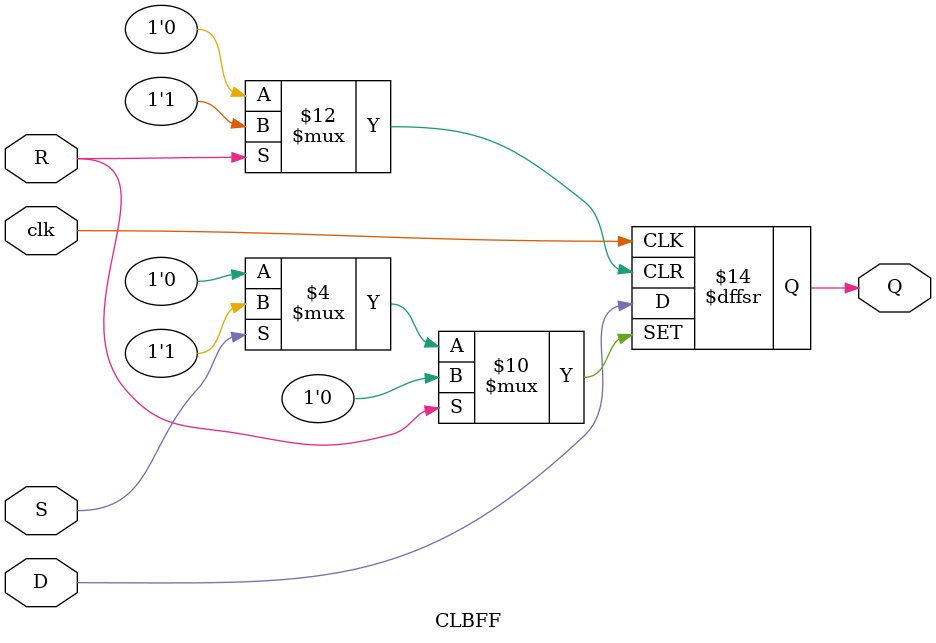
<source format=sv>

module CLBFF (
    input logic S,
    input logic D,
    input logic R,
    input logic clk,
    output logic Q
);

    always @(posedge clk or posedge S or posedge R) begin
        if(R) Q <= 0;
        else if(S) Q <= 1;
        else Q <= D;
    end


endmodule

</source>
